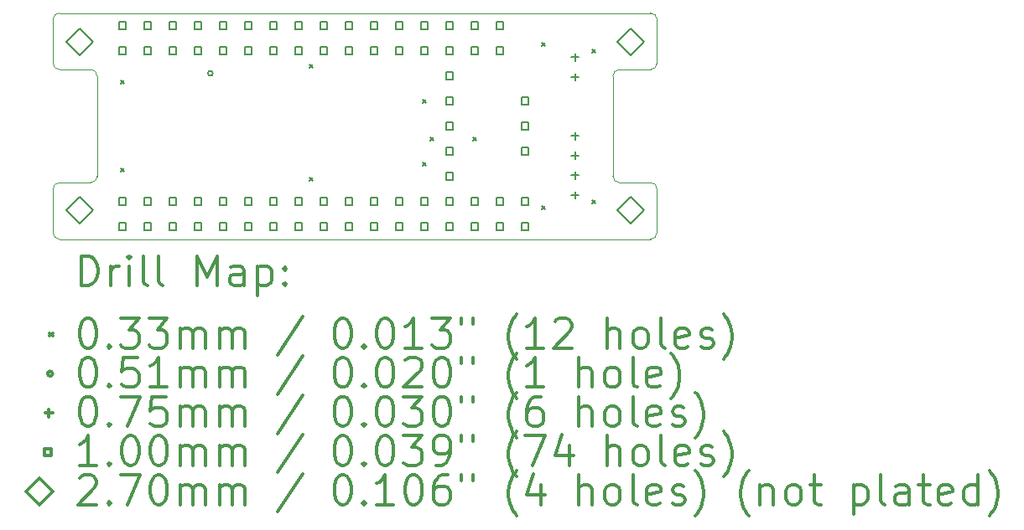
<source format=gbr>
%FSLAX45Y45*%
G04 Gerber Fmt 4.5, Leading zero omitted, Abs format (unit mm)*
G04 Created by KiCad (PCBNEW (5.0.0-rc2-dev-444-g2974a2c10)) date 04/27/19 15:19:11*
%MOMM*%
%LPD*%
G01*
G04 APERTURE LIST*
%ADD10C,0.100000*%
%ADD11C,0.200000*%
%ADD12C,0.300000*%
G04 APERTURE END LIST*
D10*
X16573500Y-11874500D02*
X16573500Y-11430000D01*
X16573500Y-10160000D02*
G75*
G02X16510000Y-10223500I-63500J0D01*
G01*
X16510000Y-10223500D02*
X16192500Y-10223500D01*
X16129000Y-10287000D02*
X16129000Y-11303000D01*
X16129000Y-10287000D02*
G75*
G02X16192500Y-10223500I63500J0D01*
G01*
X16192500Y-11366500D02*
G75*
G02X16129000Y-11303000I0J63500D01*
G01*
X16510000Y-11366500D02*
G75*
G02X16573500Y-11430000I0J-63500D01*
G01*
X16510000Y-11366500D02*
X16192500Y-11366500D01*
X10541000Y-11366500D02*
X10858500Y-11366500D01*
X10541000Y-10223500D02*
X10858500Y-10223500D01*
X10922000Y-11303000D02*
G75*
G02X10858500Y-11366500I-63500J0D01*
G01*
X10858500Y-10223500D02*
G75*
G02X10922000Y-10287000I0J-63500D01*
G01*
X10922000Y-11303000D02*
X10922000Y-10287000D01*
X10477500Y-11874500D02*
X10477500Y-11430000D01*
X10477500Y-11430000D02*
G75*
G02X10541000Y-11366500I63500J0D01*
G01*
X10541000Y-10223500D02*
G75*
G02X10477500Y-10160000I0J63500D01*
G01*
X16573500Y-11874500D02*
G75*
G02X16510000Y-11938000I-63500J0D01*
G01*
X10541000Y-11938000D02*
G75*
G02X10477500Y-11874500I0J63500D01*
G01*
X10477500Y-9715500D02*
G75*
G02X10541000Y-9652000I63500J0D01*
G01*
X16510000Y-9652000D02*
G75*
G02X16573500Y-9715500I0J-63500D01*
G01*
X10477500Y-10160000D02*
X10477500Y-9715500D01*
X10541000Y-11938000D02*
X16510000Y-11938000D01*
X10541000Y-9652000D02*
X16510000Y-9652000D01*
X16573500Y-10160000D02*
X16573500Y-9715500D01*
D11*
X11159490Y-10333990D02*
X11192510Y-10367010D01*
X11192510Y-10333990D02*
X11159490Y-10367010D01*
X11159490Y-11222990D02*
X11192510Y-11256010D01*
X11192510Y-11222990D02*
X11159490Y-11256010D01*
X13064490Y-10168890D02*
X13097510Y-10201910D01*
X13097510Y-10168890D02*
X13064490Y-10201910D01*
X13064490Y-11311890D02*
X13097510Y-11344910D01*
X13097510Y-11311890D02*
X13064490Y-11344910D01*
X14207490Y-10524490D02*
X14240510Y-10557510D01*
X14240510Y-10524490D02*
X14207490Y-10557510D01*
X14207490Y-11159490D02*
X14240510Y-11192510D01*
X14240510Y-11159490D02*
X14207490Y-11192510D01*
X14283690Y-10905490D02*
X14316710Y-10938510D01*
X14316710Y-10905490D02*
X14283690Y-10938510D01*
X14715490Y-10905490D02*
X14748510Y-10938510D01*
X14748510Y-10905490D02*
X14715490Y-10938510D01*
X15413990Y-9952990D02*
X15447010Y-9986010D01*
X15447010Y-9952990D02*
X15413990Y-9986010D01*
X15413990Y-11603990D02*
X15447010Y-11637010D01*
X15447010Y-11603990D02*
X15413990Y-11637010D01*
X15921990Y-10016490D02*
X15955010Y-10049510D01*
X15955010Y-10016490D02*
X15921990Y-10049510D01*
X15921990Y-11540490D02*
X15955010Y-11573510D01*
X15955010Y-11540490D02*
X15921990Y-11573510D01*
X12090400Y-10261600D02*
G75*
G03X12090400Y-10261600I-25400J0D01*
G01*
X15748000Y-10062200D02*
X15748000Y-10137200D01*
X15710500Y-10099700D02*
X15785500Y-10099700D01*
X15748000Y-10262200D02*
X15748000Y-10337200D01*
X15710500Y-10299700D02*
X15785500Y-10299700D01*
X15748000Y-10856000D02*
X15748000Y-10931000D01*
X15710500Y-10893500D02*
X15785500Y-10893500D01*
X15748000Y-11056000D02*
X15748000Y-11131000D01*
X15710500Y-11093500D02*
X15785500Y-11093500D01*
X15748000Y-11256000D02*
X15748000Y-11331000D01*
X15710500Y-11293500D02*
X15785500Y-11293500D01*
X15748000Y-11456000D02*
X15748000Y-11531000D01*
X15710500Y-11493500D02*
X15785500Y-11493500D01*
X11211356Y-11846356D02*
X11211356Y-11775644D01*
X11140644Y-11775644D01*
X11140644Y-11846356D01*
X11211356Y-11846356D01*
X11465356Y-11846356D02*
X11465356Y-11775644D01*
X11394644Y-11775644D01*
X11394644Y-11846356D01*
X11465356Y-11846356D01*
X11719356Y-11846356D02*
X11719356Y-11775644D01*
X11648644Y-11775644D01*
X11648644Y-11846356D01*
X11719356Y-11846356D01*
X11973356Y-11846356D02*
X11973356Y-11775644D01*
X11902644Y-11775644D01*
X11902644Y-11846356D01*
X11973356Y-11846356D01*
X12227356Y-11846356D02*
X12227356Y-11775644D01*
X12156644Y-11775644D01*
X12156644Y-11846356D01*
X12227356Y-11846356D01*
X12481356Y-11846356D02*
X12481356Y-11775644D01*
X12410644Y-11775644D01*
X12410644Y-11846356D01*
X12481356Y-11846356D01*
X12735356Y-11846356D02*
X12735356Y-11775644D01*
X12664644Y-11775644D01*
X12664644Y-11846356D01*
X12735356Y-11846356D01*
X12989356Y-11846356D02*
X12989356Y-11775644D01*
X12918644Y-11775644D01*
X12918644Y-11846356D01*
X12989356Y-11846356D01*
X13243356Y-11846356D02*
X13243356Y-11775644D01*
X13172644Y-11775644D01*
X13172644Y-11846356D01*
X13243356Y-11846356D01*
X13497356Y-11846356D02*
X13497356Y-11775644D01*
X13426644Y-11775644D01*
X13426644Y-11846356D01*
X13497356Y-11846356D01*
X13751356Y-11846356D02*
X13751356Y-11775644D01*
X13680644Y-11775644D01*
X13680644Y-11846356D01*
X13751356Y-11846356D01*
X14005356Y-11846356D02*
X14005356Y-11775644D01*
X13934644Y-11775644D01*
X13934644Y-11846356D01*
X14005356Y-11846356D01*
X14259356Y-11846356D02*
X14259356Y-11775644D01*
X14188644Y-11775644D01*
X14188644Y-11846356D01*
X14259356Y-11846356D01*
X14513356Y-11846356D02*
X14513356Y-11775644D01*
X14442644Y-11775644D01*
X14442644Y-11846356D01*
X14513356Y-11846356D01*
X14767356Y-11846356D02*
X14767356Y-11775644D01*
X14696644Y-11775644D01*
X14696644Y-11846356D01*
X14767356Y-11846356D01*
X15021356Y-11846356D02*
X15021356Y-11775644D01*
X14950644Y-11775644D01*
X14950644Y-11846356D01*
X15021356Y-11846356D01*
X15275356Y-11846356D02*
X15275356Y-11775644D01*
X15204644Y-11775644D01*
X15204644Y-11846356D01*
X15275356Y-11846356D01*
X11211356Y-9814356D02*
X11211356Y-9743644D01*
X11140644Y-9743644D01*
X11140644Y-9814356D01*
X11211356Y-9814356D01*
X11465356Y-9814356D02*
X11465356Y-9743644D01*
X11394644Y-9743644D01*
X11394644Y-9814356D01*
X11465356Y-9814356D01*
X11719356Y-9814356D02*
X11719356Y-9743644D01*
X11648644Y-9743644D01*
X11648644Y-9814356D01*
X11719356Y-9814356D01*
X11973356Y-9814356D02*
X11973356Y-9743644D01*
X11902644Y-9743644D01*
X11902644Y-9814356D01*
X11973356Y-9814356D01*
X12227356Y-9814356D02*
X12227356Y-9743644D01*
X12156644Y-9743644D01*
X12156644Y-9814356D01*
X12227356Y-9814356D01*
X12481356Y-9814356D02*
X12481356Y-9743644D01*
X12410644Y-9743644D01*
X12410644Y-9814356D01*
X12481356Y-9814356D01*
X12735356Y-9814356D02*
X12735356Y-9743644D01*
X12664644Y-9743644D01*
X12664644Y-9814356D01*
X12735356Y-9814356D01*
X12989356Y-9814356D02*
X12989356Y-9743644D01*
X12918644Y-9743644D01*
X12918644Y-9814356D01*
X12989356Y-9814356D01*
X13243356Y-9814356D02*
X13243356Y-9743644D01*
X13172644Y-9743644D01*
X13172644Y-9814356D01*
X13243356Y-9814356D01*
X13497356Y-9814356D02*
X13497356Y-9743644D01*
X13426644Y-9743644D01*
X13426644Y-9814356D01*
X13497356Y-9814356D01*
X13751356Y-9814356D02*
X13751356Y-9743644D01*
X13680644Y-9743644D01*
X13680644Y-9814356D01*
X13751356Y-9814356D01*
X14005356Y-9814356D02*
X14005356Y-9743644D01*
X13934644Y-9743644D01*
X13934644Y-9814356D01*
X14005356Y-9814356D01*
X14259356Y-9814356D02*
X14259356Y-9743644D01*
X14188644Y-9743644D01*
X14188644Y-9814356D01*
X14259356Y-9814356D01*
X14513356Y-9814356D02*
X14513356Y-9743644D01*
X14442644Y-9743644D01*
X14442644Y-9814356D01*
X14513356Y-9814356D01*
X14767356Y-9814356D02*
X14767356Y-9743644D01*
X14696644Y-9743644D01*
X14696644Y-9814356D01*
X14767356Y-9814356D01*
X15021356Y-9814356D02*
X15021356Y-9743644D01*
X14950644Y-9743644D01*
X14950644Y-9814356D01*
X15021356Y-9814356D01*
X11211356Y-10068356D02*
X11211356Y-9997644D01*
X11140644Y-9997644D01*
X11140644Y-10068356D01*
X11211356Y-10068356D01*
X11465356Y-10068356D02*
X11465356Y-9997644D01*
X11394644Y-9997644D01*
X11394644Y-10068356D01*
X11465356Y-10068356D01*
X11719356Y-10068356D02*
X11719356Y-9997644D01*
X11648644Y-9997644D01*
X11648644Y-10068356D01*
X11719356Y-10068356D01*
X11973356Y-10068356D02*
X11973356Y-9997644D01*
X11902644Y-9997644D01*
X11902644Y-10068356D01*
X11973356Y-10068356D01*
X12227356Y-10068356D02*
X12227356Y-9997644D01*
X12156644Y-9997644D01*
X12156644Y-10068356D01*
X12227356Y-10068356D01*
X12481356Y-10068356D02*
X12481356Y-9997644D01*
X12410644Y-9997644D01*
X12410644Y-10068356D01*
X12481356Y-10068356D01*
X12735356Y-10068356D02*
X12735356Y-9997644D01*
X12664644Y-9997644D01*
X12664644Y-10068356D01*
X12735356Y-10068356D01*
X12989356Y-10068356D02*
X12989356Y-9997644D01*
X12918644Y-9997644D01*
X12918644Y-10068356D01*
X12989356Y-10068356D01*
X13243356Y-10068356D02*
X13243356Y-9997644D01*
X13172644Y-9997644D01*
X13172644Y-10068356D01*
X13243356Y-10068356D01*
X13497356Y-10068356D02*
X13497356Y-9997644D01*
X13426644Y-9997644D01*
X13426644Y-10068356D01*
X13497356Y-10068356D01*
X13751356Y-10068356D02*
X13751356Y-9997644D01*
X13680644Y-9997644D01*
X13680644Y-10068356D01*
X13751356Y-10068356D01*
X14005356Y-10068356D02*
X14005356Y-9997644D01*
X13934644Y-9997644D01*
X13934644Y-10068356D01*
X14005356Y-10068356D01*
X14259356Y-10068356D02*
X14259356Y-9997644D01*
X14188644Y-9997644D01*
X14188644Y-10068356D01*
X14259356Y-10068356D01*
X14513356Y-10068356D02*
X14513356Y-9997644D01*
X14442644Y-9997644D01*
X14442644Y-10068356D01*
X14513356Y-10068356D01*
X14767356Y-10068356D02*
X14767356Y-9997644D01*
X14696644Y-9997644D01*
X14696644Y-10068356D01*
X14767356Y-10068356D01*
X15021356Y-10068356D02*
X15021356Y-9997644D01*
X14950644Y-9997644D01*
X14950644Y-10068356D01*
X15021356Y-10068356D01*
X11211356Y-11592356D02*
X11211356Y-11521644D01*
X11140644Y-11521644D01*
X11140644Y-11592356D01*
X11211356Y-11592356D01*
X11465356Y-11592356D02*
X11465356Y-11521644D01*
X11394644Y-11521644D01*
X11394644Y-11592356D01*
X11465356Y-11592356D01*
X11719356Y-11592356D02*
X11719356Y-11521644D01*
X11648644Y-11521644D01*
X11648644Y-11592356D01*
X11719356Y-11592356D01*
X11973356Y-11592356D02*
X11973356Y-11521644D01*
X11902644Y-11521644D01*
X11902644Y-11592356D01*
X11973356Y-11592356D01*
X12227356Y-11592356D02*
X12227356Y-11521644D01*
X12156644Y-11521644D01*
X12156644Y-11592356D01*
X12227356Y-11592356D01*
X12481356Y-11592356D02*
X12481356Y-11521644D01*
X12410644Y-11521644D01*
X12410644Y-11592356D01*
X12481356Y-11592356D01*
X12735356Y-11592356D02*
X12735356Y-11521644D01*
X12664644Y-11521644D01*
X12664644Y-11592356D01*
X12735356Y-11592356D01*
X12989356Y-11592356D02*
X12989356Y-11521644D01*
X12918644Y-11521644D01*
X12918644Y-11592356D01*
X12989356Y-11592356D01*
X13243356Y-11592356D02*
X13243356Y-11521644D01*
X13172644Y-11521644D01*
X13172644Y-11592356D01*
X13243356Y-11592356D01*
X13497356Y-11592356D02*
X13497356Y-11521644D01*
X13426644Y-11521644D01*
X13426644Y-11592356D01*
X13497356Y-11592356D01*
X13751356Y-11592356D02*
X13751356Y-11521644D01*
X13680644Y-11521644D01*
X13680644Y-11592356D01*
X13751356Y-11592356D01*
X14005356Y-11592356D02*
X14005356Y-11521644D01*
X13934644Y-11521644D01*
X13934644Y-11592356D01*
X14005356Y-11592356D01*
X14259356Y-11592356D02*
X14259356Y-11521644D01*
X14188644Y-11521644D01*
X14188644Y-11592356D01*
X14259356Y-11592356D01*
X14513356Y-11592356D02*
X14513356Y-11521644D01*
X14442644Y-11521644D01*
X14442644Y-11592356D01*
X14513356Y-11592356D01*
X14767356Y-11592356D02*
X14767356Y-11521644D01*
X14696644Y-11521644D01*
X14696644Y-11592356D01*
X14767356Y-11592356D01*
X15021356Y-11592356D02*
X15021356Y-11521644D01*
X14950644Y-11521644D01*
X14950644Y-11592356D01*
X15021356Y-11592356D01*
X15275356Y-11592356D02*
X15275356Y-11521644D01*
X15204644Y-11521644D01*
X15204644Y-11592356D01*
X15275356Y-11592356D01*
X15275356Y-10576356D02*
X15275356Y-10505644D01*
X15204644Y-10505644D01*
X15204644Y-10576356D01*
X15275356Y-10576356D01*
X15275356Y-10830356D02*
X15275356Y-10759644D01*
X15204644Y-10759644D01*
X15204644Y-10830356D01*
X15275356Y-10830356D01*
X15275356Y-11084356D02*
X15275356Y-11013644D01*
X15204644Y-11013644D01*
X15204644Y-11084356D01*
X15275356Y-11084356D01*
X14513356Y-10322356D02*
X14513356Y-10251644D01*
X14442644Y-10251644D01*
X14442644Y-10322356D01*
X14513356Y-10322356D01*
X14513356Y-10576356D02*
X14513356Y-10505644D01*
X14442644Y-10505644D01*
X14442644Y-10576356D01*
X14513356Y-10576356D01*
X14513356Y-10830356D02*
X14513356Y-10759644D01*
X14442644Y-10759644D01*
X14442644Y-10830356D01*
X14513356Y-10830356D01*
X14513356Y-11084356D02*
X14513356Y-11013644D01*
X14442644Y-11013644D01*
X14442644Y-11084356D01*
X14513356Y-11084356D01*
X14513356Y-11338356D02*
X14513356Y-11267644D01*
X14442644Y-11267644D01*
X14442644Y-11338356D01*
X14513356Y-11338356D01*
X16306800Y-10079100D02*
X16441800Y-9944100D01*
X16306800Y-9809100D01*
X16171800Y-9944100D01*
X16306800Y-10079100D01*
X16306800Y-11780900D02*
X16441800Y-11645900D01*
X16306800Y-11510900D01*
X16171800Y-11645900D01*
X16306800Y-11780900D01*
X10744200Y-10079100D02*
X10879200Y-9944100D01*
X10744200Y-9809100D01*
X10609200Y-9944100D01*
X10744200Y-10079100D01*
X10744200Y-11780900D02*
X10879200Y-11645900D01*
X10744200Y-11510900D01*
X10609200Y-11645900D01*
X10744200Y-11780900D01*
D12*
X10758928Y-12408714D02*
X10758928Y-12108714D01*
X10830357Y-12108714D01*
X10873214Y-12123000D01*
X10901786Y-12151571D01*
X10916071Y-12180143D01*
X10930357Y-12237286D01*
X10930357Y-12280143D01*
X10916071Y-12337286D01*
X10901786Y-12365857D01*
X10873214Y-12394429D01*
X10830357Y-12408714D01*
X10758928Y-12408714D01*
X11058928Y-12408714D02*
X11058928Y-12208714D01*
X11058928Y-12265857D02*
X11073214Y-12237286D01*
X11087500Y-12223000D01*
X11116071Y-12208714D01*
X11144643Y-12208714D01*
X11244643Y-12408714D02*
X11244643Y-12208714D01*
X11244643Y-12108714D02*
X11230357Y-12123000D01*
X11244643Y-12137286D01*
X11258928Y-12123000D01*
X11244643Y-12108714D01*
X11244643Y-12137286D01*
X11430357Y-12408714D02*
X11401786Y-12394429D01*
X11387500Y-12365857D01*
X11387500Y-12108714D01*
X11587500Y-12408714D02*
X11558928Y-12394429D01*
X11544643Y-12365857D01*
X11544643Y-12108714D01*
X11930357Y-12408714D02*
X11930357Y-12108714D01*
X12030357Y-12323000D01*
X12130357Y-12108714D01*
X12130357Y-12408714D01*
X12401786Y-12408714D02*
X12401786Y-12251571D01*
X12387500Y-12223000D01*
X12358928Y-12208714D01*
X12301786Y-12208714D01*
X12273214Y-12223000D01*
X12401786Y-12394429D02*
X12373214Y-12408714D01*
X12301786Y-12408714D01*
X12273214Y-12394429D01*
X12258928Y-12365857D01*
X12258928Y-12337286D01*
X12273214Y-12308714D01*
X12301786Y-12294429D01*
X12373214Y-12294429D01*
X12401786Y-12280143D01*
X12544643Y-12208714D02*
X12544643Y-12508714D01*
X12544643Y-12223000D02*
X12573214Y-12208714D01*
X12630357Y-12208714D01*
X12658928Y-12223000D01*
X12673214Y-12237286D01*
X12687500Y-12265857D01*
X12687500Y-12351571D01*
X12673214Y-12380143D01*
X12658928Y-12394429D01*
X12630357Y-12408714D01*
X12573214Y-12408714D01*
X12544643Y-12394429D01*
X12816071Y-12380143D02*
X12830357Y-12394429D01*
X12816071Y-12408714D01*
X12801786Y-12394429D01*
X12816071Y-12380143D01*
X12816071Y-12408714D01*
X12816071Y-12223000D02*
X12830357Y-12237286D01*
X12816071Y-12251571D01*
X12801786Y-12237286D01*
X12816071Y-12223000D01*
X12816071Y-12251571D01*
X10439480Y-12886490D02*
X10472500Y-12919510D01*
X10472500Y-12886490D02*
X10439480Y-12919510D01*
X10816071Y-12738714D02*
X10844643Y-12738714D01*
X10873214Y-12753000D01*
X10887500Y-12767286D01*
X10901786Y-12795857D01*
X10916071Y-12853000D01*
X10916071Y-12924429D01*
X10901786Y-12981571D01*
X10887500Y-13010143D01*
X10873214Y-13024429D01*
X10844643Y-13038714D01*
X10816071Y-13038714D01*
X10787500Y-13024429D01*
X10773214Y-13010143D01*
X10758928Y-12981571D01*
X10744643Y-12924429D01*
X10744643Y-12853000D01*
X10758928Y-12795857D01*
X10773214Y-12767286D01*
X10787500Y-12753000D01*
X10816071Y-12738714D01*
X11044643Y-13010143D02*
X11058928Y-13024429D01*
X11044643Y-13038714D01*
X11030357Y-13024429D01*
X11044643Y-13010143D01*
X11044643Y-13038714D01*
X11158928Y-12738714D02*
X11344643Y-12738714D01*
X11244643Y-12853000D01*
X11287500Y-12853000D01*
X11316071Y-12867286D01*
X11330357Y-12881571D01*
X11344643Y-12910143D01*
X11344643Y-12981571D01*
X11330357Y-13010143D01*
X11316071Y-13024429D01*
X11287500Y-13038714D01*
X11201786Y-13038714D01*
X11173214Y-13024429D01*
X11158928Y-13010143D01*
X11444643Y-12738714D02*
X11630357Y-12738714D01*
X11530357Y-12853000D01*
X11573214Y-12853000D01*
X11601786Y-12867286D01*
X11616071Y-12881571D01*
X11630357Y-12910143D01*
X11630357Y-12981571D01*
X11616071Y-13010143D01*
X11601786Y-13024429D01*
X11573214Y-13038714D01*
X11487500Y-13038714D01*
X11458928Y-13024429D01*
X11444643Y-13010143D01*
X11758928Y-13038714D02*
X11758928Y-12838714D01*
X11758928Y-12867286D02*
X11773214Y-12853000D01*
X11801786Y-12838714D01*
X11844643Y-12838714D01*
X11873214Y-12853000D01*
X11887500Y-12881571D01*
X11887500Y-13038714D01*
X11887500Y-12881571D02*
X11901786Y-12853000D01*
X11930357Y-12838714D01*
X11973214Y-12838714D01*
X12001786Y-12853000D01*
X12016071Y-12881571D01*
X12016071Y-13038714D01*
X12158928Y-13038714D02*
X12158928Y-12838714D01*
X12158928Y-12867286D02*
X12173214Y-12853000D01*
X12201786Y-12838714D01*
X12244643Y-12838714D01*
X12273214Y-12853000D01*
X12287500Y-12881571D01*
X12287500Y-13038714D01*
X12287500Y-12881571D02*
X12301786Y-12853000D01*
X12330357Y-12838714D01*
X12373214Y-12838714D01*
X12401786Y-12853000D01*
X12416071Y-12881571D01*
X12416071Y-13038714D01*
X13001786Y-12724429D02*
X12744643Y-13110143D01*
X13387500Y-12738714D02*
X13416071Y-12738714D01*
X13444643Y-12753000D01*
X13458928Y-12767286D01*
X13473214Y-12795857D01*
X13487500Y-12853000D01*
X13487500Y-12924429D01*
X13473214Y-12981571D01*
X13458928Y-13010143D01*
X13444643Y-13024429D01*
X13416071Y-13038714D01*
X13387500Y-13038714D01*
X13358928Y-13024429D01*
X13344643Y-13010143D01*
X13330357Y-12981571D01*
X13316071Y-12924429D01*
X13316071Y-12853000D01*
X13330357Y-12795857D01*
X13344643Y-12767286D01*
X13358928Y-12753000D01*
X13387500Y-12738714D01*
X13616071Y-13010143D02*
X13630357Y-13024429D01*
X13616071Y-13038714D01*
X13601786Y-13024429D01*
X13616071Y-13010143D01*
X13616071Y-13038714D01*
X13816071Y-12738714D02*
X13844643Y-12738714D01*
X13873214Y-12753000D01*
X13887500Y-12767286D01*
X13901786Y-12795857D01*
X13916071Y-12853000D01*
X13916071Y-12924429D01*
X13901786Y-12981571D01*
X13887500Y-13010143D01*
X13873214Y-13024429D01*
X13844643Y-13038714D01*
X13816071Y-13038714D01*
X13787500Y-13024429D01*
X13773214Y-13010143D01*
X13758928Y-12981571D01*
X13744643Y-12924429D01*
X13744643Y-12853000D01*
X13758928Y-12795857D01*
X13773214Y-12767286D01*
X13787500Y-12753000D01*
X13816071Y-12738714D01*
X14201786Y-13038714D02*
X14030357Y-13038714D01*
X14116071Y-13038714D02*
X14116071Y-12738714D01*
X14087500Y-12781571D01*
X14058928Y-12810143D01*
X14030357Y-12824429D01*
X14301786Y-12738714D02*
X14487500Y-12738714D01*
X14387500Y-12853000D01*
X14430357Y-12853000D01*
X14458928Y-12867286D01*
X14473214Y-12881571D01*
X14487500Y-12910143D01*
X14487500Y-12981571D01*
X14473214Y-13010143D01*
X14458928Y-13024429D01*
X14430357Y-13038714D01*
X14344643Y-13038714D01*
X14316071Y-13024429D01*
X14301786Y-13010143D01*
X14601786Y-12738714D02*
X14601786Y-12795857D01*
X14716071Y-12738714D02*
X14716071Y-12795857D01*
X15158928Y-13153000D02*
X15144643Y-13138714D01*
X15116071Y-13095857D01*
X15101786Y-13067286D01*
X15087500Y-13024429D01*
X15073214Y-12953000D01*
X15073214Y-12895857D01*
X15087500Y-12824429D01*
X15101786Y-12781571D01*
X15116071Y-12753000D01*
X15144643Y-12710143D01*
X15158928Y-12695857D01*
X15430357Y-13038714D02*
X15258928Y-13038714D01*
X15344643Y-13038714D02*
X15344643Y-12738714D01*
X15316071Y-12781571D01*
X15287500Y-12810143D01*
X15258928Y-12824429D01*
X15544643Y-12767286D02*
X15558928Y-12753000D01*
X15587500Y-12738714D01*
X15658928Y-12738714D01*
X15687500Y-12753000D01*
X15701786Y-12767286D01*
X15716071Y-12795857D01*
X15716071Y-12824429D01*
X15701786Y-12867286D01*
X15530357Y-13038714D01*
X15716071Y-13038714D01*
X16073214Y-13038714D02*
X16073214Y-12738714D01*
X16201786Y-13038714D02*
X16201786Y-12881571D01*
X16187500Y-12853000D01*
X16158928Y-12838714D01*
X16116071Y-12838714D01*
X16087500Y-12853000D01*
X16073214Y-12867286D01*
X16387500Y-13038714D02*
X16358928Y-13024429D01*
X16344643Y-13010143D01*
X16330357Y-12981571D01*
X16330357Y-12895857D01*
X16344643Y-12867286D01*
X16358928Y-12853000D01*
X16387500Y-12838714D01*
X16430357Y-12838714D01*
X16458928Y-12853000D01*
X16473214Y-12867286D01*
X16487500Y-12895857D01*
X16487500Y-12981571D01*
X16473214Y-13010143D01*
X16458928Y-13024429D01*
X16430357Y-13038714D01*
X16387500Y-13038714D01*
X16658928Y-13038714D02*
X16630357Y-13024429D01*
X16616071Y-12995857D01*
X16616071Y-12738714D01*
X16887500Y-13024429D02*
X16858928Y-13038714D01*
X16801786Y-13038714D01*
X16773214Y-13024429D01*
X16758928Y-12995857D01*
X16758928Y-12881571D01*
X16773214Y-12853000D01*
X16801786Y-12838714D01*
X16858928Y-12838714D01*
X16887500Y-12853000D01*
X16901786Y-12881571D01*
X16901786Y-12910143D01*
X16758928Y-12938714D01*
X17016071Y-13024429D02*
X17044643Y-13038714D01*
X17101786Y-13038714D01*
X17130357Y-13024429D01*
X17144643Y-12995857D01*
X17144643Y-12981571D01*
X17130357Y-12953000D01*
X17101786Y-12938714D01*
X17058928Y-12938714D01*
X17030357Y-12924429D01*
X17016071Y-12895857D01*
X17016071Y-12881571D01*
X17030357Y-12853000D01*
X17058928Y-12838714D01*
X17101786Y-12838714D01*
X17130357Y-12853000D01*
X17244643Y-13153000D02*
X17258928Y-13138714D01*
X17287500Y-13095857D01*
X17301786Y-13067286D01*
X17316071Y-13024429D01*
X17330357Y-12953000D01*
X17330357Y-12895857D01*
X17316071Y-12824429D01*
X17301786Y-12781571D01*
X17287500Y-12753000D01*
X17258928Y-12710143D01*
X17244643Y-12695857D01*
X10472500Y-13299000D02*
G75*
G03X10472500Y-13299000I-25400J0D01*
G01*
X10816071Y-13134714D02*
X10844643Y-13134714D01*
X10873214Y-13149000D01*
X10887500Y-13163286D01*
X10901786Y-13191857D01*
X10916071Y-13249000D01*
X10916071Y-13320429D01*
X10901786Y-13377571D01*
X10887500Y-13406143D01*
X10873214Y-13420429D01*
X10844643Y-13434714D01*
X10816071Y-13434714D01*
X10787500Y-13420429D01*
X10773214Y-13406143D01*
X10758928Y-13377571D01*
X10744643Y-13320429D01*
X10744643Y-13249000D01*
X10758928Y-13191857D01*
X10773214Y-13163286D01*
X10787500Y-13149000D01*
X10816071Y-13134714D01*
X11044643Y-13406143D02*
X11058928Y-13420429D01*
X11044643Y-13434714D01*
X11030357Y-13420429D01*
X11044643Y-13406143D01*
X11044643Y-13434714D01*
X11330357Y-13134714D02*
X11187500Y-13134714D01*
X11173214Y-13277571D01*
X11187500Y-13263286D01*
X11216071Y-13249000D01*
X11287500Y-13249000D01*
X11316071Y-13263286D01*
X11330357Y-13277571D01*
X11344643Y-13306143D01*
X11344643Y-13377571D01*
X11330357Y-13406143D01*
X11316071Y-13420429D01*
X11287500Y-13434714D01*
X11216071Y-13434714D01*
X11187500Y-13420429D01*
X11173214Y-13406143D01*
X11630357Y-13434714D02*
X11458928Y-13434714D01*
X11544643Y-13434714D02*
X11544643Y-13134714D01*
X11516071Y-13177571D01*
X11487500Y-13206143D01*
X11458928Y-13220429D01*
X11758928Y-13434714D02*
X11758928Y-13234714D01*
X11758928Y-13263286D02*
X11773214Y-13249000D01*
X11801786Y-13234714D01*
X11844643Y-13234714D01*
X11873214Y-13249000D01*
X11887500Y-13277571D01*
X11887500Y-13434714D01*
X11887500Y-13277571D02*
X11901786Y-13249000D01*
X11930357Y-13234714D01*
X11973214Y-13234714D01*
X12001786Y-13249000D01*
X12016071Y-13277571D01*
X12016071Y-13434714D01*
X12158928Y-13434714D02*
X12158928Y-13234714D01*
X12158928Y-13263286D02*
X12173214Y-13249000D01*
X12201786Y-13234714D01*
X12244643Y-13234714D01*
X12273214Y-13249000D01*
X12287500Y-13277571D01*
X12287500Y-13434714D01*
X12287500Y-13277571D02*
X12301786Y-13249000D01*
X12330357Y-13234714D01*
X12373214Y-13234714D01*
X12401786Y-13249000D01*
X12416071Y-13277571D01*
X12416071Y-13434714D01*
X13001786Y-13120429D02*
X12744643Y-13506143D01*
X13387500Y-13134714D02*
X13416071Y-13134714D01*
X13444643Y-13149000D01*
X13458928Y-13163286D01*
X13473214Y-13191857D01*
X13487500Y-13249000D01*
X13487500Y-13320429D01*
X13473214Y-13377571D01*
X13458928Y-13406143D01*
X13444643Y-13420429D01*
X13416071Y-13434714D01*
X13387500Y-13434714D01*
X13358928Y-13420429D01*
X13344643Y-13406143D01*
X13330357Y-13377571D01*
X13316071Y-13320429D01*
X13316071Y-13249000D01*
X13330357Y-13191857D01*
X13344643Y-13163286D01*
X13358928Y-13149000D01*
X13387500Y-13134714D01*
X13616071Y-13406143D02*
X13630357Y-13420429D01*
X13616071Y-13434714D01*
X13601786Y-13420429D01*
X13616071Y-13406143D01*
X13616071Y-13434714D01*
X13816071Y-13134714D02*
X13844643Y-13134714D01*
X13873214Y-13149000D01*
X13887500Y-13163286D01*
X13901786Y-13191857D01*
X13916071Y-13249000D01*
X13916071Y-13320429D01*
X13901786Y-13377571D01*
X13887500Y-13406143D01*
X13873214Y-13420429D01*
X13844643Y-13434714D01*
X13816071Y-13434714D01*
X13787500Y-13420429D01*
X13773214Y-13406143D01*
X13758928Y-13377571D01*
X13744643Y-13320429D01*
X13744643Y-13249000D01*
X13758928Y-13191857D01*
X13773214Y-13163286D01*
X13787500Y-13149000D01*
X13816071Y-13134714D01*
X14030357Y-13163286D02*
X14044643Y-13149000D01*
X14073214Y-13134714D01*
X14144643Y-13134714D01*
X14173214Y-13149000D01*
X14187500Y-13163286D01*
X14201786Y-13191857D01*
X14201786Y-13220429D01*
X14187500Y-13263286D01*
X14016071Y-13434714D01*
X14201786Y-13434714D01*
X14387500Y-13134714D02*
X14416071Y-13134714D01*
X14444643Y-13149000D01*
X14458928Y-13163286D01*
X14473214Y-13191857D01*
X14487500Y-13249000D01*
X14487500Y-13320429D01*
X14473214Y-13377571D01*
X14458928Y-13406143D01*
X14444643Y-13420429D01*
X14416071Y-13434714D01*
X14387500Y-13434714D01*
X14358928Y-13420429D01*
X14344643Y-13406143D01*
X14330357Y-13377571D01*
X14316071Y-13320429D01*
X14316071Y-13249000D01*
X14330357Y-13191857D01*
X14344643Y-13163286D01*
X14358928Y-13149000D01*
X14387500Y-13134714D01*
X14601786Y-13134714D02*
X14601786Y-13191857D01*
X14716071Y-13134714D02*
X14716071Y-13191857D01*
X15158928Y-13549000D02*
X15144643Y-13534714D01*
X15116071Y-13491857D01*
X15101786Y-13463286D01*
X15087500Y-13420429D01*
X15073214Y-13349000D01*
X15073214Y-13291857D01*
X15087500Y-13220429D01*
X15101786Y-13177571D01*
X15116071Y-13149000D01*
X15144643Y-13106143D01*
X15158928Y-13091857D01*
X15430357Y-13434714D02*
X15258928Y-13434714D01*
X15344643Y-13434714D02*
X15344643Y-13134714D01*
X15316071Y-13177571D01*
X15287500Y-13206143D01*
X15258928Y-13220429D01*
X15787500Y-13434714D02*
X15787500Y-13134714D01*
X15916071Y-13434714D02*
X15916071Y-13277571D01*
X15901786Y-13249000D01*
X15873214Y-13234714D01*
X15830357Y-13234714D01*
X15801786Y-13249000D01*
X15787500Y-13263286D01*
X16101786Y-13434714D02*
X16073214Y-13420429D01*
X16058928Y-13406143D01*
X16044643Y-13377571D01*
X16044643Y-13291857D01*
X16058928Y-13263286D01*
X16073214Y-13249000D01*
X16101786Y-13234714D01*
X16144643Y-13234714D01*
X16173214Y-13249000D01*
X16187500Y-13263286D01*
X16201786Y-13291857D01*
X16201786Y-13377571D01*
X16187500Y-13406143D01*
X16173214Y-13420429D01*
X16144643Y-13434714D01*
X16101786Y-13434714D01*
X16373214Y-13434714D02*
X16344643Y-13420429D01*
X16330357Y-13391857D01*
X16330357Y-13134714D01*
X16601786Y-13420429D02*
X16573214Y-13434714D01*
X16516071Y-13434714D01*
X16487500Y-13420429D01*
X16473214Y-13391857D01*
X16473214Y-13277571D01*
X16487500Y-13249000D01*
X16516071Y-13234714D01*
X16573214Y-13234714D01*
X16601786Y-13249000D01*
X16616071Y-13277571D01*
X16616071Y-13306143D01*
X16473214Y-13334714D01*
X16716071Y-13549000D02*
X16730357Y-13534714D01*
X16758928Y-13491857D01*
X16773214Y-13463286D01*
X16787500Y-13420429D01*
X16801786Y-13349000D01*
X16801786Y-13291857D01*
X16787500Y-13220429D01*
X16773214Y-13177571D01*
X16758928Y-13149000D01*
X16730357Y-13106143D01*
X16716071Y-13091857D01*
X10435000Y-13657500D02*
X10435000Y-13732500D01*
X10397500Y-13695000D02*
X10472500Y-13695000D01*
X10816071Y-13530714D02*
X10844643Y-13530714D01*
X10873214Y-13545000D01*
X10887500Y-13559286D01*
X10901786Y-13587857D01*
X10916071Y-13645000D01*
X10916071Y-13716429D01*
X10901786Y-13773571D01*
X10887500Y-13802143D01*
X10873214Y-13816429D01*
X10844643Y-13830714D01*
X10816071Y-13830714D01*
X10787500Y-13816429D01*
X10773214Y-13802143D01*
X10758928Y-13773571D01*
X10744643Y-13716429D01*
X10744643Y-13645000D01*
X10758928Y-13587857D01*
X10773214Y-13559286D01*
X10787500Y-13545000D01*
X10816071Y-13530714D01*
X11044643Y-13802143D02*
X11058928Y-13816429D01*
X11044643Y-13830714D01*
X11030357Y-13816429D01*
X11044643Y-13802143D01*
X11044643Y-13830714D01*
X11158928Y-13530714D02*
X11358928Y-13530714D01*
X11230357Y-13830714D01*
X11616071Y-13530714D02*
X11473214Y-13530714D01*
X11458928Y-13673571D01*
X11473214Y-13659286D01*
X11501786Y-13645000D01*
X11573214Y-13645000D01*
X11601786Y-13659286D01*
X11616071Y-13673571D01*
X11630357Y-13702143D01*
X11630357Y-13773571D01*
X11616071Y-13802143D01*
X11601786Y-13816429D01*
X11573214Y-13830714D01*
X11501786Y-13830714D01*
X11473214Y-13816429D01*
X11458928Y-13802143D01*
X11758928Y-13830714D02*
X11758928Y-13630714D01*
X11758928Y-13659286D02*
X11773214Y-13645000D01*
X11801786Y-13630714D01*
X11844643Y-13630714D01*
X11873214Y-13645000D01*
X11887500Y-13673571D01*
X11887500Y-13830714D01*
X11887500Y-13673571D02*
X11901786Y-13645000D01*
X11930357Y-13630714D01*
X11973214Y-13630714D01*
X12001786Y-13645000D01*
X12016071Y-13673571D01*
X12016071Y-13830714D01*
X12158928Y-13830714D02*
X12158928Y-13630714D01*
X12158928Y-13659286D02*
X12173214Y-13645000D01*
X12201786Y-13630714D01*
X12244643Y-13630714D01*
X12273214Y-13645000D01*
X12287500Y-13673571D01*
X12287500Y-13830714D01*
X12287500Y-13673571D02*
X12301786Y-13645000D01*
X12330357Y-13630714D01*
X12373214Y-13630714D01*
X12401786Y-13645000D01*
X12416071Y-13673571D01*
X12416071Y-13830714D01*
X13001786Y-13516429D02*
X12744643Y-13902143D01*
X13387500Y-13530714D02*
X13416071Y-13530714D01*
X13444643Y-13545000D01*
X13458928Y-13559286D01*
X13473214Y-13587857D01*
X13487500Y-13645000D01*
X13487500Y-13716429D01*
X13473214Y-13773571D01*
X13458928Y-13802143D01*
X13444643Y-13816429D01*
X13416071Y-13830714D01*
X13387500Y-13830714D01*
X13358928Y-13816429D01*
X13344643Y-13802143D01*
X13330357Y-13773571D01*
X13316071Y-13716429D01*
X13316071Y-13645000D01*
X13330357Y-13587857D01*
X13344643Y-13559286D01*
X13358928Y-13545000D01*
X13387500Y-13530714D01*
X13616071Y-13802143D02*
X13630357Y-13816429D01*
X13616071Y-13830714D01*
X13601786Y-13816429D01*
X13616071Y-13802143D01*
X13616071Y-13830714D01*
X13816071Y-13530714D02*
X13844643Y-13530714D01*
X13873214Y-13545000D01*
X13887500Y-13559286D01*
X13901786Y-13587857D01*
X13916071Y-13645000D01*
X13916071Y-13716429D01*
X13901786Y-13773571D01*
X13887500Y-13802143D01*
X13873214Y-13816429D01*
X13844643Y-13830714D01*
X13816071Y-13830714D01*
X13787500Y-13816429D01*
X13773214Y-13802143D01*
X13758928Y-13773571D01*
X13744643Y-13716429D01*
X13744643Y-13645000D01*
X13758928Y-13587857D01*
X13773214Y-13559286D01*
X13787500Y-13545000D01*
X13816071Y-13530714D01*
X14016071Y-13530714D02*
X14201786Y-13530714D01*
X14101786Y-13645000D01*
X14144643Y-13645000D01*
X14173214Y-13659286D01*
X14187500Y-13673571D01*
X14201786Y-13702143D01*
X14201786Y-13773571D01*
X14187500Y-13802143D01*
X14173214Y-13816429D01*
X14144643Y-13830714D01*
X14058928Y-13830714D01*
X14030357Y-13816429D01*
X14016071Y-13802143D01*
X14387500Y-13530714D02*
X14416071Y-13530714D01*
X14444643Y-13545000D01*
X14458928Y-13559286D01*
X14473214Y-13587857D01*
X14487500Y-13645000D01*
X14487500Y-13716429D01*
X14473214Y-13773571D01*
X14458928Y-13802143D01*
X14444643Y-13816429D01*
X14416071Y-13830714D01*
X14387500Y-13830714D01*
X14358928Y-13816429D01*
X14344643Y-13802143D01*
X14330357Y-13773571D01*
X14316071Y-13716429D01*
X14316071Y-13645000D01*
X14330357Y-13587857D01*
X14344643Y-13559286D01*
X14358928Y-13545000D01*
X14387500Y-13530714D01*
X14601786Y-13530714D02*
X14601786Y-13587857D01*
X14716071Y-13530714D02*
X14716071Y-13587857D01*
X15158928Y-13945000D02*
X15144643Y-13930714D01*
X15116071Y-13887857D01*
X15101786Y-13859286D01*
X15087500Y-13816429D01*
X15073214Y-13745000D01*
X15073214Y-13687857D01*
X15087500Y-13616429D01*
X15101786Y-13573571D01*
X15116071Y-13545000D01*
X15144643Y-13502143D01*
X15158928Y-13487857D01*
X15401786Y-13530714D02*
X15344643Y-13530714D01*
X15316071Y-13545000D01*
X15301786Y-13559286D01*
X15273214Y-13602143D01*
X15258928Y-13659286D01*
X15258928Y-13773571D01*
X15273214Y-13802143D01*
X15287500Y-13816429D01*
X15316071Y-13830714D01*
X15373214Y-13830714D01*
X15401786Y-13816429D01*
X15416071Y-13802143D01*
X15430357Y-13773571D01*
X15430357Y-13702143D01*
X15416071Y-13673571D01*
X15401786Y-13659286D01*
X15373214Y-13645000D01*
X15316071Y-13645000D01*
X15287500Y-13659286D01*
X15273214Y-13673571D01*
X15258928Y-13702143D01*
X15787500Y-13830714D02*
X15787500Y-13530714D01*
X15916071Y-13830714D02*
X15916071Y-13673571D01*
X15901786Y-13645000D01*
X15873214Y-13630714D01*
X15830357Y-13630714D01*
X15801786Y-13645000D01*
X15787500Y-13659286D01*
X16101786Y-13830714D02*
X16073214Y-13816429D01*
X16058928Y-13802143D01*
X16044643Y-13773571D01*
X16044643Y-13687857D01*
X16058928Y-13659286D01*
X16073214Y-13645000D01*
X16101786Y-13630714D01*
X16144643Y-13630714D01*
X16173214Y-13645000D01*
X16187500Y-13659286D01*
X16201786Y-13687857D01*
X16201786Y-13773571D01*
X16187500Y-13802143D01*
X16173214Y-13816429D01*
X16144643Y-13830714D01*
X16101786Y-13830714D01*
X16373214Y-13830714D02*
X16344643Y-13816429D01*
X16330357Y-13787857D01*
X16330357Y-13530714D01*
X16601786Y-13816429D02*
X16573214Y-13830714D01*
X16516071Y-13830714D01*
X16487500Y-13816429D01*
X16473214Y-13787857D01*
X16473214Y-13673571D01*
X16487500Y-13645000D01*
X16516071Y-13630714D01*
X16573214Y-13630714D01*
X16601786Y-13645000D01*
X16616071Y-13673571D01*
X16616071Y-13702143D01*
X16473214Y-13730714D01*
X16730357Y-13816429D02*
X16758928Y-13830714D01*
X16816071Y-13830714D01*
X16844643Y-13816429D01*
X16858928Y-13787857D01*
X16858928Y-13773571D01*
X16844643Y-13745000D01*
X16816071Y-13730714D01*
X16773214Y-13730714D01*
X16744643Y-13716429D01*
X16730357Y-13687857D01*
X16730357Y-13673571D01*
X16744643Y-13645000D01*
X16773214Y-13630714D01*
X16816071Y-13630714D01*
X16844643Y-13645000D01*
X16958928Y-13945000D02*
X16973214Y-13930714D01*
X17001786Y-13887857D01*
X17016071Y-13859286D01*
X17030357Y-13816429D01*
X17044643Y-13745000D01*
X17044643Y-13687857D01*
X17030357Y-13616429D01*
X17016071Y-13573571D01*
X17001786Y-13545000D01*
X16973214Y-13502143D01*
X16958928Y-13487857D01*
X10457856Y-14126356D02*
X10457856Y-14055644D01*
X10387144Y-14055644D01*
X10387144Y-14126356D01*
X10457856Y-14126356D01*
X10916071Y-14226714D02*
X10744643Y-14226714D01*
X10830357Y-14226714D02*
X10830357Y-13926714D01*
X10801786Y-13969571D01*
X10773214Y-13998143D01*
X10744643Y-14012429D01*
X11044643Y-14198143D02*
X11058928Y-14212429D01*
X11044643Y-14226714D01*
X11030357Y-14212429D01*
X11044643Y-14198143D01*
X11044643Y-14226714D01*
X11244643Y-13926714D02*
X11273214Y-13926714D01*
X11301786Y-13941000D01*
X11316071Y-13955286D01*
X11330357Y-13983857D01*
X11344643Y-14041000D01*
X11344643Y-14112429D01*
X11330357Y-14169571D01*
X11316071Y-14198143D01*
X11301786Y-14212429D01*
X11273214Y-14226714D01*
X11244643Y-14226714D01*
X11216071Y-14212429D01*
X11201786Y-14198143D01*
X11187500Y-14169571D01*
X11173214Y-14112429D01*
X11173214Y-14041000D01*
X11187500Y-13983857D01*
X11201786Y-13955286D01*
X11216071Y-13941000D01*
X11244643Y-13926714D01*
X11530357Y-13926714D02*
X11558928Y-13926714D01*
X11587500Y-13941000D01*
X11601786Y-13955286D01*
X11616071Y-13983857D01*
X11630357Y-14041000D01*
X11630357Y-14112429D01*
X11616071Y-14169571D01*
X11601786Y-14198143D01*
X11587500Y-14212429D01*
X11558928Y-14226714D01*
X11530357Y-14226714D01*
X11501786Y-14212429D01*
X11487500Y-14198143D01*
X11473214Y-14169571D01*
X11458928Y-14112429D01*
X11458928Y-14041000D01*
X11473214Y-13983857D01*
X11487500Y-13955286D01*
X11501786Y-13941000D01*
X11530357Y-13926714D01*
X11758928Y-14226714D02*
X11758928Y-14026714D01*
X11758928Y-14055286D02*
X11773214Y-14041000D01*
X11801786Y-14026714D01*
X11844643Y-14026714D01*
X11873214Y-14041000D01*
X11887500Y-14069571D01*
X11887500Y-14226714D01*
X11887500Y-14069571D02*
X11901786Y-14041000D01*
X11930357Y-14026714D01*
X11973214Y-14026714D01*
X12001786Y-14041000D01*
X12016071Y-14069571D01*
X12016071Y-14226714D01*
X12158928Y-14226714D02*
X12158928Y-14026714D01*
X12158928Y-14055286D02*
X12173214Y-14041000D01*
X12201786Y-14026714D01*
X12244643Y-14026714D01*
X12273214Y-14041000D01*
X12287500Y-14069571D01*
X12287500Y-14226714D01*
X12287500Y-14069571D02*
X12301786Y-14041000D01*
X12330357Y-14026714D01*
X12373214Y-14026714D01*
X12401786Y-14041000D01*
X12416071Y-14069571D01*
X12416071Y-14226714D01*
X13001786Y-13912429D02*
X12744643Y-14298143D01*
X13387500Y-13926714D02*
X13416071Y-13926714D01*
X13444643Y-13941000D01*
X13458928Y-13955286D01*
X13473214Y-13983857D01*
X13487500Y-14041000D01*
X13487500Y-14112429D01*
X13473214Y-14169571D01*
X13458928Y-14198143D01*
X13444643Y-14212429D01*
X13416071Y-14226714D01*
X13387500Y-14226714D01*
X13358928Y-14212429D01*
X13344643Y-14198143D01*
X13330357Y-14169571D01*
X13316071Y-14112429D01*
X13316071Y-14041000D01*
X13330357Y-13983857D01*
X13344643Y-13955286D01*
X13358928Y-13941000D01*
X13387500Y-13926714D01*
X13616071Y-14198143D02*
X13630357Y-14212429D01*
X13616071Y-14226714D01*
X13601786Y-14212429D01*
X13616071Y-14198143D01*
X13616071Y-14226714D01*
X13816071Y-13926714D02*
X13844643Y-13926714D01*
X13873214Y-13941000D01*
X13887500Y-13955286D01*
X13901786Y-13983857D01*
X13916071Y-14041000D01*
X13916071Y-14112429D01*
X13901786Y-14169571D01*
X13887500Y-14198143D01*
X13873214Y-14212429D01*
X13844643Y-14226714D01*
X13816071Y-14226714D01*
X13787500Y-14212429D01*
X13773214Y-14198143D01*
X13758928Y-14169571D01*
X13744643Y-14112429D01*
X13744643Y-14041000D01*
X13758928Y-13983857D01*
X13773214Y-13955286D01*
X13787500Y-13941000D01*
X13816071Y-13926714D01*
X14016071Y-13926714D02*
X14201786Y-13926714D01*
X14101786Y-14041000D01*
X14144643Y-14041000D01*
X14173214Y-14055286D01*
X14187500Y-14069571D01*
X14201786Y-14098143D01*
X14201786Y-14169571D01*
X14187500Y-14198143D01*
X14173214Y-14212429D01*
X14144643Y-14226714D01*
X14058928Y-14226714D01*
X14030357Y-14212429D01*
X14016071Y-14198143D01*
X14344643Y-14226714D02*
X14401786Y-14226714D01*
X14430357Y-14212429D01*
X14444643Y-14198143D01*
X14473214Y-14155286D01*
X14487500Y-14098143D01*
X14487500Y-13983857D01*
X14473214Y-13955286D01*
X14458928Y-13941000D01*
X14430357Y-13926714D01*
X14373214Y-13926714D01*
X14344643Y-13941000D01*
X14330357Y-13955286D01*
X14316071Y-13983857D01*
X14316071Y-14055286D01*
X14330357Y-14083857D01*
X14344643Y-14098143D01*
X14373214Y-14112429D01*
X14430357Y-14112429D01*
X14458928Y-14098143D01*
X14473214Y-14083857D01*
X14487500Y-14055286D01*
X14601786Y-13926714D02*
X14601786Y-13983857D01*
X14716071Y-13926714D02*
X14716071Y-13983857D01*
X15158928Y-14341000D02*
X15144643Y-14326714D01*
X15116071Y-14283857D01*
X15101786Y-14255286D01*
X15087500Y-14212429D01*
X15073214Y-14141000D01*
X15073214Y-14083857D01*
X15087500Y-14012429D01*
X15101786Y-13969571D01*
X15116071Y-13941000D01*
X15144643Y-13898143D01*
X15158928Y-13883857D01*
X15244643Y-13926714D02*
X15444643Y-13926714D01*
X15316071Y-14226714D01*
X15687500Y-14026714D02*
X15687500Y-14226714D01*
X15616071Y-13912429D02*
X15544643Y-14126714D01*
X15730357Y-14126714D01*
X16073214Y-14226714D02*
X16073214Y-13926714D01*
X16201786Y-14226714D02*
X16201786Y-14069571D01*
X16187500Y-14041000D01*
X16158928Y-14026714D01*
X16116071Y-14026714D01*
X16087500Y-14041000D01*
X16073214Y-14055286D01*
X16387500Y-14226714D02*
X16358928Y-14212429D01*
X16344643Y-14198143D01*
X16330357Y-14169571D01*
X16330357Y-14083857D01*
X16344643Y-14055286D01*
X16358928Y-14041000D01*
X16387500Y-14026714D01*
X16430357Y-14026714D01*
X16458928Y-14041000D01*
X16473214Y-14055286D01*
X16487500Y-14083857D01*
X16487500Y-14169571D01*
X16473214Y-14198143D01*
X16458928Y-14212429D01*
X16430357Y-14226714D01*
X16387500Y-14226714D01*
X16658928Y-14226714D02*
X16630357Y-14212429D01*
X16616071Y-14183857D01*
X16616071Y-13926714D01*
X16887500Y-14212429D02*
X16858928Y-14226714D01*
X16801786Y-14226714D01*
X16773214Y-14212429D01*
X16758928Y-14183857D01*
X16758928Y-14069571D01*
X16773214Y-14041000D01*
X16801786Y-14026714D01*
X16858928Y-14026714D01*
X16887500Y-14041000D01*
X16901786Y-14069571D01*
X16901786Y-14098143D01*
X16758928Y-14126714D01*
X17016071Y-14212429D02*
X17044643Y-14226714D01*
X17101786Y-14226714D01*
X17130357Y-14212429D01*
X17144643Y-14183857D01*
X17144643Y-14169571D01*
X17130357Y-14141000D01*
X17101786Y-14126714D01*
X17058928Y-14126714D01*
X17030357Y-14112429D01*
X17016071Y-14083857D01*
X17016071Y-14069571D01*
X17030357Y-14041000D01*
X17058928Y-14026714D01*
X17101786Y-14026714D01*
X17130357Y-14041000D01*
X17244643Y-14341000D02*
X17258928Y-14326714D01*
X17287500Y-14283857D01*
X17301786Y-14255286D01*
X17316071Y-14212429D01*
X17330357Y-14141000D01*
X17330357Y-14083857D01*
X17316071Y-14012429D01*
X17301786Y-13969571D01*
X17287500Y-13941000D01*
X17258928Y-13898143D01*
X17244643Y-13883857D01*
X10337500Y-14622000D02*
X10472500Y-14487000D01*
X10337500Y-14352000D01*
X10202500Y-14487000D01*
X10337500Y-14622000D01*
X10744643Y-14351286D02*
X10758928Y-14337000D01*
X10787500Y-14322714D01*
X10858928Y-14322714D01*
X10887500Y-14337000D01*
X10901786Y-14351286D01*
X10916071Y-14379857D01*
X10916071Y-14408429D01*
X10901786Y-14451286D01*
X10730357Y-14622714D01*
X10916071Y-14622714D01*
X11044643Y-14594143D02*
X11058928Y-14608429D01*
X11044643Y-14622714D01*
X11030357Y-14608429D01*
X11044643Y-14594143D01*
X11044643Y-14622714D01*
X11158928Y-14322714D02*
X11358928Y-14322714D01*
X11230357Y-14622714D01*
X11530357Y-14322714D02*
X11558928Y-14322714D01*
X11587500Y-14337000D01*
X11601786Y-14351286D01*
X11616071Y-14379857D01*
X11630357Y-14437000D01*
X11630357Y-14508429D01*
X11616071Y-14565571D01*
X11601786Y-14594143D01*
X11587500Y-14608429D01*
X11558928Y-14622714D01*
X11530357Y-14622714D01*
X11501786Y-14608429D01*
X11487500Y-14594143D01*
X11473214Y-14565571D01*
X11458928Y-14508429D01*
X11458928Y-14437000D01*
X11473214Y-14379857D01*
X11487500Y-14351286D01*
X11501786Y-14337000D01*
X11530357Y-14322714D01*
X11758928Y-14622714D02*
X11758928Y-14422714D01*
X11758928Y-14451286D02*
X11773214Y-14437000D01*
X11801786Y-14422714D01*
X11844643Y-14422714D01*
X11873214Y-14437000D01*
X11887500Y-14465571D01*
X11887500Y-14622714D01*
X11887500Y-14465571D02*
X11901786Y-14437000D01*
X11930357Y-14422714D01*
X11973214Y-14422714D01*
X12001786Y-14437000D01*
X12016071Y-14465571D01*
X12016071Y-14622714D01*
X12158928Y-14622714D02*
X12158928Y-14422714D01*
X12158928Y-14451286D02*
X12173214Y-14437000D01*
X12201786Y-14422714D01*
X12244643Y-14422714D01*
X12273214Y-14437000D01*
X12287500Y-14465571D01*
X12287500Y-14622714D01*
X12287500Y-14465571D02*
X12301786Y-14437000D01*
X12330357Y-14422714D01*
X12373214Y-14422714D01*
X12401786Y-14437000D01*
X12416071Y-14465571D01*
X12416071Y-14622714D01*
X13001786Y-14308429D02*
X12744643Y-14694143D01*
X13387500Y-14322714D02*
X13416071Y-14322714D01*
X13444643Y-14337000D01*
X13458928Y-14351286D01*
X13473214Y-14379857D01*
X13487500Y-14437000D01*
X13487500Y-14508429D01*
X13473214Y-14565571D01*
X13458928Y-14594143D01*
X13444643Y-14608429D01*
X13416071Y-14622714D01*
X13387500Y-14622714D01*
X13358928Y-14608429D01*
X13344643Y-14594143D01*
X13330357Y-14565571D01*
X13316071Y-14508429D01*
X13316071Y-14437000D01*
X13330357Y-14379857D01*
X13344643Y-14351286D01*
X13358928Y-14337000D01*
X13387500Y-14322714D01*
X13616071Y-14594143D02*
X13630357Y-14608429D01*
X13616071Y-14622714D01*
X13601786Y-14608429D01*
X13616071Y-14594143D01*
X13616071Y-14622714D01*
X13916071Y-14622714D02*
X13744643Y-14622714D01*
X13830357Y-14622714D02*
X13830357Y-14322714D01*
X13801786Y-14365571D01*
X13773214Y-14394143D01*
X13744643Y-14408429D01*
X14101786Y-14322714D02*
X14130357Y-14322714D01*
X14158928Y-14337000D01*
X14173214Y-14351286D01*
X14187500Y-14379857D01*
X14201786Y-14437000D01*
X14201786Y-14508429D01*
X14187500Y-14565571D01*
X14173214Y-14594143D01*
X14158928Y-14608429D01*
X14130357Y-14622714D01*
X14101786Y-14622714D01*
X14073214Y-14608429D01*
X14058928Y-14594143D01*
X14044643Y-14565571D01*
X14030357Y-14508429D01*
X14030357Y-14437000D01*
X14044643Y-14379857D01*
X14058928Y-14351286D01*
X14073214Y-14337000D01*
X14101786Y-14322714D01*
X14458928Y-14322714D02*
X14401786Y-14322714D01*
X14373214Y-14337000D01*
X14358928Y-14351286D01*
X14330357Y-14394143D01*
X14316071Y-14451286D01*
X14316071Y-14565571D01*
X14330357Y-14594143D01*
X14344643Y-14608429D01*
X14373214Y-14622714D01*
X14430357Y-14622714D01*
X14458928Y-14608429D01*
X14473214Y-14594143D01*
X14487500Y-14565571D01*
X14487500Y-14494143D01*
X14473214Y-14465571D01*
X14458928Y-14451286D01*
X14430357Y-14437000D01*
X14373214Y-14437000D01*
X14344643Y-14451286D01*
X14330357Y-14465571D01*
X14316071Y-14494143D01*
X14601786Y-14322714D02*
X14601786Y-14379857D01*
X14716071Y-14322714D02*
X14716071Y-14379857D01*
X15158928Y-14737000D02*
X15144643Y-14722714D01*
X15116071Y-14679857D01*
X15101786Y-14651286D01*
X15087500Y-14608429D01*
X15073214Y-14537000D01*
X15073214Y-14479857D01*
X15087500Y-14408429D01*
X15101786Y-14365571D01*
X15116071Y-14337000D01*
X15144643Y-14294143D01*
X15158928Y-14279857D01*
X15401786Y-14422714D02*
X15401786Y-14622714D01*
X15330357Y-14308429D02*
X15258928Y-14522714D01*
X15444643Y-14522714D01*
X15787500Y-14622714D02*
X15787500Y-14322714D01*
X15916071Y-14622714D02*
X15916071Y-14465571D01*
X15901786Y-14437000D01*
X15873214Y-14422714D01*
X15830357Y-14422714D01*
X15801786Y-14437000D01*
X15787500Y-14451286D01*
X16101786Y-14622714D02*
X16073214Y-14608429D01*
X16058928Y-14594143D01*
X16044643Y-14565571D01*
X16044643Y-14479857D01*
X16058928Y-14451286D01*
X16073214Y-14437000D01*
X16101786Y-14422714D01*
X16144643Y-14422714D01*
X16173214Y-14437000D01*
X16187500Y-14451286D01*
X16201786Y-14479857D01*
X16201786Y-14565571D01*
X16187500Y-14594143D01*
X16173214Y-14608429D01*
X16144643Y-14622714D01*
X16101786Y-14622714D01*
X16373214Y-14622714D02*
X16344643Y-14608429D01*
X16330357Y-14579857D01*
X16330357Y-14322714D01*
X16601786Y-14608429D02*
X16573214Y-14622714D01*
X16516071Y-14622714D01*
X16487500Y-14608429D01*
X16473214Y-14579857D01*
X16473214Y-14465571D01*
X16487500Y-14437000D01*
X16516071Y-14422714D01*
X16573214Y-14422714D01*
X16601786Y-14437000D01*
X16616071Y-14465571D01*
X16616071Y-14494143D01*
X16473214Y-14522714D01*
X16730357Y-14608429D02*
X16758928Y-14622714D01*
X16816071Y-14622714D01*
X16844643Y-14608429D01*
X16858928Y-14579857D01*
X16858928Y-14565571D01*
X16844643Y-14537000D01*
X16816071Y-14522714D01*
X16773214Y-14522714D01*
X16744643Y-14508429D01*
X16730357Y-14479857D01*
X16730357Y-14465571D01*
X16744643Y-14437000D01*
X16773214Y-14422714D01*
X16816071Y-14422714D01*
X16844643Y-14437000D01*
X16958928Y-14737000D02*
X16973214Y-14722714D01*
X17001786Y-14679857D01*
X17016071Y-14651286D01*
X17030357Y-14608429D01*
X17044643Y-14537000D01*
X17044643Y-14479857D01*
X17030357Y-14408429D01*
X17016071Y-14365571D01*
X17001786Y-14337000D01*
X16973214Y-14294143D01*
X16958928Y-14279857D01*
X17501786Y-14737000D02*
X17487500Y-14722714D01*
X17458928Y-14679857D01*
X17444643Y-14651286D01*
X17430357Y-14608429D01*
X17416071Y-14537000D01*
X17416071Y-14479857D01*
X17430357Y-14408429D01*
X17444643Y-14365571D01*
X17458928Y-14337000D01*
X17487500Y-14294143D01*
X17501786Y-14279857D01*
X17616071Y-14422714D02*
X17616071Y-14622714D01*
X17616071Y-14451286D02*
X17630357Y-14437000D01*
X17658928Y-14422714D01*
X17701786Y-14422714D01*
X17730357Y-14437000D01*
X17744643Y-14465571D01*
X17744643Y-14622714D01*
X17930357Y-14622714D02*
X17901786Y-14608429D01*
X17887500Y-14594143D01*
X17873214Y-14565571D01*
X17873214Y-14479857D01*
X17887500Y-14451286D01*
X17901786Y-14437000D01*
X17930357Y-14422714D01*
X17973214Y-14422714D01*
X18001786Y-14437000D01*
X18016071Y-14451286D01*
X18030357Y-14479857D01*
X18030357Y-14565571D01*
X18016071Y-14594143D01*
X18001786Y-14608429D01*
X17973214Y-14622714D01*
X17930357Y-14622714D01*
X18116071Y-14422714D02*
X18230357Y-14422714D01*
X18158928Y-14322714D02*
X18158928Y-14579857D01*
X18173214Y-14608429D01*
X18201786Y-14622714D01*
X18230357Y-14622714D01*
X18558928Y-14422714D02*
X18558928Y-14722714D01*
X18558928Y-14437000D02*
X18587500Y-14422714D01*
X18644643Y-14422714D01*
X18673214Y-14437000D01*
X18687500Y-14451286D01*
X18701786Y-14479857D01*
X18701786Y-14565571D01*
X18687500Y-14594143D01*
X18673214Y-14608429D01*
X18644643Y-14622714D01*
X18587500Y-14622714D01*
X18558928Y-14608429D01*
X18873214Y-14622714D02*
X18844643Y-14608429D01*
X18830357Y-14579857D01*
X18830357Y-14322714D01*
X19116071Y-14622714D02*
X19116071Y-14465571D01*
X19101786Y-14437000D01*
X19073214Y-14422714D01*
X19016071Y-14422714D01*
X18987500Y-14437000D01*
X19116071Y-14608429D02*
X19087500Y-14622714D01*
X19016071Y-14622714D01*
X18987500Y-14608429D01*
X18973214Y-14579857D01*
X18973214Y-14551286D01*
X18987500Y-14522714D01*
X19016071Y-14508429D01*
X19087500Y-14508429D01*
X19116071Y-14494143D01*
X19216071Y-14422714D02*
X19330357Y-14422714D01*
X19258928Y-14322714D02*
X19258928Y-14579857D01*
X19273214Y-14608429D01*
X19301786Y-14622714D01*
X19330357Y-14622714D01*
X19544643Y-14608429D02*
X19516071Y-14622714D01*
X19458928Y-14622714D01*
X19430357Y-14608429D01*
X19416071Y-14579857D01*
X19416071Y-14465571D01*
X19430357Y-14437000D01*
X19458928Y-14422714D01*
X19516071Y-14422714D01*
X19544643Y-14437000D01*
X19558928Y-14465571D01*
X19558928Y-14494143D01*
X19416071Y-14522714D01*
X19816071Y-14622714D02*
X19816071Y-14322714D01*
X19816071Y-14608429D02*
X19787500Y-14622714D01*
X19730357Y-14622714D01*
X19701786Y-14608429D01*
X19687500Y-14594143D01*
X19673214Y-14565571D01*
X19673214Y-14479857D01*
X19687500Y-14451286D01*
X19701786Y-14437000D01*
X19730357Y-14422714D01*
X19787500Y-14422714D01*
X19816071Y-14437000D01*
X19930357Y-14737000D02*
X19944643Y-14722714D01*
X19973214Y-14679857D01*
X19987500Y-14651286D01*
X20001786Y-14608429D01*
X20016071Y-14537000D01*
X20016071Y-14479857D01*
X20001786Y-14408429D01*
X19987500Y-14365571D01*
X19973214Y-14337000D01*
X19944643Y-14294143D01*
X19930357Y-14279857D01*
M02*

</source>
